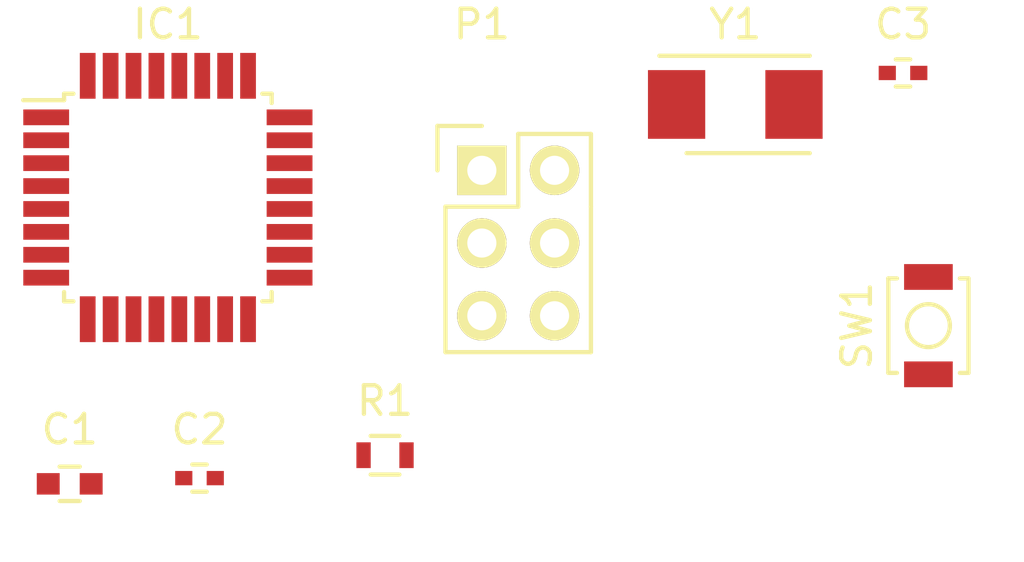
<source format=kicad_pcb>
(kicad_pcb (version 4) (host pcbnew 4.0.4-stable)

  (general
    (links 22)
    (no_connects 22)
    (area 0 0 0 0)
    (thickness 1.6)
    (drawings 0)
    (tracks 0)
    (zones 0)
    (modules 8)
    (nets 29)
  )

  (page A4)
  (layers
    (0 F.Cu signal)
    (31 B.Cu signal)
    (32 B.Adhes user)
    (33 F.Adhes user)
    (34 B.Paste user)
    (35 F.Paste user)
    (36 B.SilkS user)
    (37 F.SilkS user)
    (38 B.Mask user)
    (39 F.Mask user)
    (40 Dwgs.User user)
    (41 Cmts.User user)
    (42 Eco1.User user)
    (43 Eco2.User user)
    (44 Edge.Cuts user)
    (45 Margin user)
    (46 B.CrtYd user)
    (47 F.CrtYd user)
    (48 B.Fab user)
    (49 F.Fab user)
  )

  (setup
    (last_trace_width 0.25)
    (trace_clearance 0.2)
    (zone_clearance 0.508)
    (zone_45_only no)
    (trace_min 0.2)
    (segment_width 0.2)
    (edge_width 0.1)
    (via_size 0.6)
    (via_drill 0.4)
    (via_min_size 0.4)
    (via_min_drill 0.3)
    (uvia_size 0.3)
    (uvia_drill 0.1)
    (uvias_allowed no)
    (uvia_min_size 0.2)
    (uvia_min_drill 0.1)
    (pcb_text_width 0.3)
    (pcb_text_size 1.5 1.5)
    (mod_edge_width 0.15)
    (mod_text_size 1 1)
    (mod_text_width 0.15)
    (pad_size 1.5 1.5)
    (pad_drill 0.6)
    (pad_to_mask_clearance 0)
    (aux_axis_origin 0 0)
    (visible_elements FFFFFF7F)
    (pcbplotparams
      (layerselection 0x00030_80000001)
      (usegerberextensions false)
      (excludeedgelayer true)
      (linewidth 0.100000)
      (plotframeref false)
      (viasonmask false)
      (mode 1)
      (useauxorigin false)
      (hpglpennumber 1)
      (hpglpenspeed 20)
      (hpglpendiameter 15)
      (hpglpenoverlay 2)
      (psnegative false)
      (psa4output false)
      (plotreference true)
      (plotvalue true)
      (plotinvisibletext false)
      (padsonsilk false)
      (subtractmaskfromsilk false)
      (outputformat 1)
      (mirror false)
      (drillshape 1)
      (scaleselection 1)
      (outputdirectory ""))
  )

  (net 0 "")
  (net 1 +5V)
  (net 2 GND)
  (net 3 /XTAL1)
  (net 4 /XTAL2)
  (net 5 "Net-(IC1-Pad1)")
  (net 6 "Net-(IC1-Pad2)")
  (net 7 "Net-(IC1-Pad9)")
  (net 8 "Net-(IC1-Pad10)")
  (net 9 "Net-(IC1-Pad11)")
  (net 10 "Net-(IC1-Pad12)")
  (net 11 "Net-(IC1-Pad13)")
  (net 12 "Net-(IC1-Pad14)")
  (net 13 /MOSI)
  (net 14 /MISO)
  (net 15 /SCK)
  (net 16 "Net-(IC1-Pad19)")
  (net 17 /AREF)
  (net 18 "Net-(IC1-Pad22)")
  (net 19 "Net-(IC1-Pad23)")
  (net 20 "Net-(IC1-Pad24)")
  (net 21 "Net-(IC1-Pad25)")
  (net 22 "Net-(IC1-Pad26)")
  (net 23 "Net-(IC1-Pad27)")
  (net 24 "Net-(IC1-Pad28)")
  (net 25 /reset)
  (net 26 "Net-(IC1-Pad30)")
  (net 27 "Net-(IC1-Pad31)")
  (net 28 "Net-(IC1-Pad32)")

  (net_class Default "This is the default net class."
    (clearance 0.2)
    (trace_width 0.25)
    (via_dia 0.6)
    (via_drill 0.4)
    (uvia_dia 0.3)
    (uvia_drill 0.1)
    (add_net +5V)
    (add_net /AREF)
    (add_net /MISO)
    (add_net /MOSI)
    (add_net /SCK)
    (add_net /XTAL1)
    (add_net /XTAL2)
    (add_net /reset)
    (add_net GND)
    (add_net "Net-(IC1-Pad1)")
    (add_net "Net-(IC1-Pad10)")
    (add_net "Net-(IC1-Pad11)")
    (add_net "Net-(IC1-Pad12)")
    (add_net "Net-(IC1-Pad13)")
    (add_net "Net-(IC1-Pad14)")
    (add_net "Net-(IC1-Pad19)")
    (add_net "Net-(IC1-Pad2)")
    (add_net "Net-(IC1-Pad22)")
    (add_net "Net-(IC1-Pad23)")
    (add_net "Net-(IC1-Pad24)")
    (add_net "Net-(IC1-Pad25)")
    (add_net "Net-(IC1-Pad26)")
    (add_net "Net-(IC1-Pad27)")
    (add_net "Net-(IC1-Pad28)")
    (add_net "Net-(IC1-Pad30)")
    (add_net "Net-(IC1-Pad31)")
    (add_net "Net-(IC1-Pad32)")
    (add_net "Net-(IC1-Pad9)")
  )

  (module Capacitors_SMD:C_0603 (layer F.Cu) (tedit 5415D631) (tstamp 580CC951)
    (at 149.209524 120.825)
    (descr "Capacitor SMD 0603, reflow soldering, AVX (see smccp.pdf)")
    (tags "capacitor 0603")
    (path /580CBA48)
    (attr smd)
    (fp_text reference C1 (at 0 -1.9) (layer F.SilkS)
      (effects (font (size 1 1) (thickness 0.15)))
    )
    (fp_text value 100nF (at 0 1.9) (layer F.Fab)
      (effects (font (size 1 1) (thickness 0.15)))
    )
    (fp_line (start -0.8 0.4) (end -0.8 -0.4) (layer F.Fab) (width 0.15))
    (fp_line (start 0.8 0.4) (end -0.8 0.4) (layer F.Fab) (width 0.15))
    (fp_line (start 0.8 -0.4) (end 0.8 0.4) (layer F.Fab) (width 0.15))
    (fp_line (start -0.8 -0.4) (end 0.8 -0.4) (layer F.Fab) (width 0.15))
    (fp_line (start -1.45 -0.75) (end 1.45 -0.75) (layer F.CrtYd) (width 0.05))
    (fp_line (start -1.45 0.75) (end 1.45 0.75) (layer F.CrtYd) (width 0.05))
    (fp_line (start -1.45 -0.75) (end -1.45 0.75) (layer F.CrtYd) (width 0.05))
    (fp_line (start 1.45 -0.75) (end 1.45 0.75) (layer F.CrtYd) (width 0.05))
    (fp_line (start -0.35 -0.6) (end 0.35 -0.6) (layer F.SilkS) (width 0.15))
    (fp_line (start 0.35 0.6) (end -0.35 0.6) (layer F.SilkS) (width 0.15))
    (pad 1 smd rect (at -0.75 0) (size 0.8 0.75) (layers F.Cu F.Paste F.Mask)
      (net 1 +5V))
    (pad 2 smd rect (at 0.75 0) (size 0.8 0.75) (layers F.Cu F.Paste F.Mask)
      (net 2 GND))
    (model Capacitors_SMD.3dshapes/C_0603.wrl
      (at (xyz 0 0 0))
      (scale (xyz 1 1 1))
      (rotate (xyz 0 0 0))
    )
  )

  (module Capacitors_SMD:C_0402 (layer F.Cu) (tedit 5415D599) (tstamp 580CC961)
    (at 153.743333 120.625)
    (descr "Capacitor SMD 0402, reflow soldering, AVX (see smccp.pdf)")
    (tags "capacitor 0402")
    (path /580CB866)
    (attr smd)
    (fp_text reference C2 (at 0 -1.7) (layer F.SilkS)
      (effects (font (size 1 1) (thickness 0.15)))
    )
    (fp_text value 22pF (at 0 1.7) (layer F.Fab)
      (effects (font (size 1 1) (thickness 0.15)))
    )
    (fp_line (start -0.5 0.25) (end -0.5 -0.25) (layer F.Fab) (width 0.15))
    (fp_line (start 0.5 0.25) (end -0.5 0.25) (layer F.Fab) (width 0.15))
    (fp_line (start 0.5 -0.25) (end 0.5 0.25) (layer F.Fab) (width 0.15))
    (fp_line (start -0.5 -0.25) (end 0.5 -0.25) (layer F.Fab) (width 0.15))
    (fp_line (start -1.15 -0.6) (end 1.15 -0.6) (layer F.CrtYd) (width 0.05))
    (fp_line (start -1.15 0.6) (end 1.15 0.6) (layer F.CrtYd) (width 0.05))
    (fp_line (start -1.15 -0.6) (end -1.15 0.6) (layer F.CrtYd) (width 0.05))
    (fp_line (start 1.15 -0.6) (end 1.15 0.6) (layer F.CrtYd) (width 0.05))
    (fp_line (start 0.25 -0.475) (end -0.25 -0.475) (layer F.SilkS) (width 0.15))
    (fp_line (start -0.25 0.475) (end 0.25 0.475) (layer F.SilkS) (width 0.15))
    (pad 1 smd rect (at -0.55 0) (size 0.6 0.5) (layers F.Cu F.Paste F.Mask)
      (net 3 /XTAL1))
    (pad 2 smd rect (at 0.55 0) (size 0.6 0.5) (layers F.Cu F.Paste F.Mask)
      (net 2 GND))
    (model Capacitors_SMD.3dshapes/C_0402.wrl
      (at (xyz 0 0 0))
      (scale (xyz 1 1 1))
      (rotate (xyz 0 0 0))
    )
  )

  (module Capacitors_SMD:C_0402 (layer F.Cu) (tedit 5415D599) (tstamp 580CC971)
    (at 178.313333 106.475)
    (descr "Capacitor SMD 0402, reflow soldering, AVX (see smccp.pdf)")
    (tags "capacitor 0402")
    (path /580CB8B0)
    (attr smd)
    (fp_text reference C3 (at 0 -1.7) (layer F.SilkS)
      (effects (font (size 1 1) (thickness 0.15)))
    )
    (fp_text value 22pF (at 0 1.7) (layer F.Fab)
      (effects (font (size 1 1) (thickness 0.15)))
    )
    (fp_line (start -0.5 0.25) (end -0.5 -0.25) (layer F.Fab) (width 0.15))
    (fp_line (start 0.5 0.25) (end -0.5 0.25) (layer F.Fab) (width 0.15))
    (fp_line (start 0.5 -0.25) (end 0.5 0.25) (layer F.Fab) (width 0.15))
    (fp_line (start -0.5 -0.25) (end 0.5 -0.25) (layer F.Fab) (width 0.15))
    (fp_line (start -1.15 -0.6) (end 1.15 -0.6) (layer F.CrtYd) (width 0.05))
    (fp_line (start -1.15 0.6) (end 1.15 0.6) (layer F.CrtYd) (width 0.05))
    (fp_line (start -1.15 -0.6) (end -1.15 0.6) (layer F.CrtYd) (width 0.05))
    (fp_line (start 1.15 -0.6) (end 1.15 0.6) (layer F.CrtYd) (width 0.05))
    (fp_line (start 0.25 -0.475) (end -0.25 -0.475) (layer F.SilkS) (width 0.15))
    (fp_line (start -0.25 0.475) (end 0.25 0.475) (layer F.SilkS) (width 0.15))
    (pad 1 smd rect (at -0.55 0) (size 0.6 0.5) (layers F.Cu F.Paste F.Mask)
      (net 4 /XTAL2))
    (pad 2 smd rect (at 0.55 0) (size 0.6 0.5) (layers F.Cu F.Paste F.Mask)
      (net 2 GND))
    (model Capacitors_SMD.3dshapes/C_0402.wrl
      (at (xyz 0 0 0))
      (scale (xyz 1 1 1))
      (rotate (xyz 0 0 0))
    )
  )

  (module Housings_QFP:TQFP-32_7x7mm_Pitch0.8mm (layer F.Cu) (tedit 54130A77) (tstamp 580CC9A8)
    (at 152.638095 110.825)
    (descr "32-Lead Plastic Thin Quad Flatpack (PT) - 7x7x1.0 mm Body, 2.00 mm [TQFP] (see Microchip Packaging Specification 00000049BS.pdf)")
    (tags "QFP 0.8")
    (path /580CB2BD)
    (attr smd)
    (fp_text reference IC1 (at 0 -6.05) (layer F.SilkS)
      (effects (font (size 1 1) (thickness 0.15)))
    )
    (fp_text value ATMEGA328P-A (at 0 6.05) (layer F.Fab)
      (effects (font (size 1 1) (thickness 0.15)))
    )
    (fp_text user %R (at 0 0) (layer F.Fab)
      (effects (font (size 1 1) (thickness 0.15)))
    )
    (fp_line (start -2.5 -3.5) (end 3.5 -3.5) (layer F.Fab) (width 0.15))
    (fp_line (start 3.5 -3.5) (end 3.5 3.5) (layer F.Fab) (width 0.15))
    (fp_line (start 3.5 3.5) (end -3.5 3.5) (layer F.Fab) (width 0.15))
    (fp_line (start -3.5 3.5) (end -3.5 -2.5) (layer F.Fab) (width 0.15))
    (fp_line (start -3.5 -2.5) (end -2.5 -3.5) (layer F.Fab) (width 0.15))
    (fp_line (start -5.3 -5.3) (end -5.3 5.3) (layer F.CrtYd) (width 0.05))
    (fp_line (start 5.3 -5.3) (end 5.3 5.3) (layer F.CrtYd) (width 0.05))
    (fp_line (start -5.3 -5.3) (end 5.3 -5.3) (layer F.CrtYd) (width 0.05))
    (fp_line (start -5.3 5.3) (end 5.3 5.3) (layer F.CrtYd) (width 0.05))
    (fp_line (start -3.625 -3.625) (end -3.625 -3.4) (layer F.SilkS) (width 0.15))
    (fp_line (start 3.625 -3.625) (end 3.625 -3.3) (layer F.SilkS) (width 0.15))
    (fp_line (start 3.625 3.625) (end 3.625 3.3) (layer F.SilkS) (width 0.15))
    (fp_line (start -3.625 3.625) (end -3.625 3.3) (layer F.SilkS) (width 0.15))
    (fp_line (start -3.625 -3.625) (end -3.3 -3.625) (layer F.SilkS) (width 0.15))
    (fp_line (start -3.625 3.625) (end -3.3 3.625) (layer F.SilkS) (width 0.15))
    (fp_line (start 3.625 3.625) (end 3.3 3.625) (layer F.SilkS) (width 0.15))
    (fp_line (start 3.625 -3.625) (end 3.3 -3.625) (layer F.SilkS) (width 0.15))
    (fp_line (start -3.625 -3.4) (end -5.05 -3.4) (layer F.SilkS) (width 0.15))
    (pad 1 smd rect (at -4.25 -2.8) (size 1.6 0.55) (layers F.Cu F.Paste F.Mask)
      (net 5 "Net-(IC1-Pad1)"))
    (pad 2 smd rect (at -4.25 -2) (size 1.6 0.55) (layers F.Cu F.Paste F.Mask)
      (net 6 "Net-(IC1-Pad2)"))
    (pad 3 smd rect (at -4.25 -1.2) (size 1.6 0.55) (layers F.Cu F.Paste F.Mask)
      (net 2 GND))
    (pad 4 smd rect (at -4.25 -0.4) (size 1.6 0.55) (layers F.Cu F.Paste F.Mask)
      (net 1 +5V))
    (pad 5 smd rect (at -4.25 0.4) (size 1.6 0.55) (layers F.Cu F.Paste F.Mask)
      (net 2 GND))
    (pad 6 smd rect (at -4.25 1.2) (size 1.6 0.55) (layers F.Cu F.Paste F.Mask)
      (net 1 +5V))
    (pad 7 smd rect (at -4.25 2) (size 1.6 0.55) (layers F.Cu F.Paste F.Mask)
      (net 3 /XTAL1))
    (pad 8 smd rect (at -4.25 2.8) (size 1.6 0.55) (layers F.Cu F.Paste F.Mask)
      (net 4 /XTAL2))
    (pad 9 smd rect (at -2.8 4.25 90) (size 1.6 0.55) (layers F.Cu F.Paste F.Mask)
      (net 7 "Net-(IC1-Pad9)"))
    (pad 10 smd rect (at -2 4.25 90) (size 1.6 0.55) (layers F.Cu F.Paste F.Mask)
      (net 8 "Net-(IC1-Pad10)"))
    (pad 11 smd rect (at -1.2 4.25 90) (size 1.6 0.55) (layers F.Cu F.Paste F.Mask)
      (net 9 "Net-(IC1-Pad11)"))
    (pad 12 smd rect (at -0.4 4.25 90) (size 1.6 0.55) (layers F.Cu F.Paste F.Mask)
      (net 10 "Net-(IC1-Pad12)"))
    (pad 13 smd rect (at 0.4 4.25 90) (size 1.6 0.55) (layers F.Cu F.Paste F.Mask)
      (net 11 "Net-(IC1-Pad13)"))
    (pad 14 smd rect (at 1.2 4.25 90) (size 1.6 0.55) (layers F.Cu F.Paste F.Mask)
      (net 12 "Net-(IC1-Pad14)"))
    (pad 15 smd rect (at 2 4.25 90) (size 1.6 0.55) (layers F.Cu F.Paste F.Mask)
      (net 13 /MOSI))
    (pad 16 smd rect (at 2.8 4.25 90) (size 1.6 0.55) (layers F.Cu F.Paste F.Mask)
      (net 14 /MISO))
    (pad 17 smd rect (at 4.25 2.8) (size 1.6 0.55) (layers F.Cu F.Paste F.Mask)
      (net 15 /SCK))
    (pad 18 smd rect (at 4.25 2) (size 1.6 0.55) (layers F.Cu F.Paste F.Mask)
      (net 1 +5V))
    (pad 19 smd rect (at 4.25 1.2) (size 1.6 0.55) (layers F.Cu F.Paste F.Mask)
      (net 16 "Net-(IC1-Pad19)"))
    (pad 20 smd rect (at 4.25 0.4) (size 1.6 0.55) (layers F.Cu F.Paste F.Mask)
      (net 17 /AREF))
    (pad 21 smd rect (at 4.25 -0.4) (size 1.6 0.55) (layers F.Cu F.Paste F.Mask)
      (net 2 GND))
    (pad 22 smd rect (at 4.25 -1.2) (size 1.6 0.55) (layers F.Cu F.Paste F.Mask)
      (net 18 "Net-(IC1-Pad22)"))
    (pad 23 smd rect (at 4.25 -2) (size 1.6 0.55) (layers F.Cu F.Paste F.Mask)
      (net 19 "Net-(IC1-Pad23)"))
    (pad 24 smd rect (at 4.25 -2.8) (size 1.6 0.55) (layers F.Cu F.Paste F.Mask)
      (net 20 "Net-(IC1-Pad24)"))
    (pad 25 smd rect (at 2.8 -4.25 90) (size 1.6 0.55) (layers F.Cu F.Paste F.Mask)
      (net 21 "Net-(IC1-Pad25)"))
    (pad 26 smd rect (at 2 -4.25 90) (size 1.6 0.55) (layers F.Cu F.Paste F.Mask)
      (net 22 "Net-(IC1-Pad26)"))
    (pad 27 smd rect (at 1.2 -4.25 90) (size 1.6 0.55) (layers F.Cu F.Paste F.Mask)
      (net 23 "Net-(IC1-Pad27)"))
    (pad 28 smd rect (at 0.4 -4.25 90) (size 1.6 0.55) (layers F.Cu F.Paste F.Mask)
      (net 24 "Net-(IC1-Pad28)"))
    (pad 29 smd rect (at -0.4 -4.25 90) (size 1.6 0.55) (layers F.Cu F.Paste F.Mask)
      (net 25 /reset))
    (pad 30 smd rect (at -1.2 -4.25 90) (size 1.6 0.55) (layers F.Cu F.Paste F.Mask)
      (net 26 "Net-(IC1-Pad30)"))
    (pad 31 smd rect (at -2 -4.25 90) (size 1.6 0.55) (layers F.Cu F.Paste F.Mask)
      (net 27 "Net-(IC1-Pad31)"))
    (pad 32 smd rect (at -2.8 -4.25 90) (size 1.6 0.55) (layers F.Cu F.Paste F.Mask)
      (net 28 "Net-(IC1-Pad32)"))
    (model Housings_QFP.3dshapes/TQFP-32_7x7mm_Pitch0.8mm.wrl
      (at (xyz 0 0 0))
      (scale (xyz 1 1 1))
      (rotate (xyz 0 0 0))
    )
  )

  (module Pin_Headers:Pin_Header_Straight_2x03 (layer F.Cu) (tedit 54EA0A4B) (tstamp 580CC9BF)
    (at 163.603333 109.875)
    (descr "Through hole pin header")
    (tags "pin header")
    (path /580CBD12)
    (fp_text reference P1 (at 0 -5.1) (layer F.SilkS)
      (effects (font (size 1 1) (thickness 0.15)))
    )
    (fp_text value CONN_02X03 (at 0 -3.1) (layer F.Fab)
      (effects (font (size 1 1) (thickness 0.15)))
    )
    (fp_line (start -1.27 1.27) (end -1.27 6.35) (layer F.SilkS) (width 0.15))
    (fp_line (start -1.55 -1.55) (end 0 -1.55) (layer F.SilkS) (width 0.15))
    (fp_line (start -1.75 -1.75) (end -1.75 6.85) (layer F.CrtYd) (width 0.05))
    (fp_line (start 4.3 -1.75) (end 4.3 6.85) (layer F.CrtYd) (width 0.05))
    (fp_line (start -1.75 -1.75) (end 4.3 -1.75) (layer F.CrtYd) (width 0.05))
    (fp_line (start -1.75 6.85) (end 4.3 6.85) (layer F.CrtYd) (width 0.05))
    (fp_line (start 1.27 -1.27) (end 1.27 1.27) (layer F.SilkS) (width 0.15))
    (fp_line (start 1.27 1.27) (end -1.27 1.27) (layer F.SilkS) (width 0.15))
    (fp_line (start -1.27 6.35) (end 3.81 6.35) (layer F.SilkS) (width 0.15))
    (fp_line (start 3.81 6.35) (end 3.81 1.27) (layer F.SilkS) (width 0.15))
    (fp_line (start -1.55 -1.55) (end -1.55 0) (layer F.SilkS) (width 0.15))
    (fp_line (start 3.81 -1.27) (end 1.27 -1.27) (layer F.SilkS) (width 0.15))
    (fp_line (start 3.81 1.27) (end 3.81 -1.27) (layer F.SilkS) (width 0.15))
    (pad 1 thru_hole rect (at 0 0) (size 1.7272 1.7272) (drill 1.016) (layers *.Cu *.Mask F.SilkS)
      (net 14 /MISO))
    (pad 2 thru_hole oval (at 2.54 0) (size 1.7272 1.7272) (drill 1.016) (layers *.Cu *.Mask F.SilkS)
      (net 1 +5V))
    (pad 3 thru_hole oval (at 0 2.54) (size 1.7272 1.7272) (drill 1.016) (layers *.Cu *.Mask F.SilkS)
      (net 15 /SCK))
    (pad 4 thru_hole oval (at 2.54 2.54) (size 1.7272 1.7272) (drill 1.016) (layers *.Cu *.Mask F.SilkS)
      (net 13 /MOSI))
    (pad 5 thru_hole oval (at 0 5.08) (size 1.7272 1.7272) (drill 1.016) (layers *.Cu *.Mask F.SilkS)
      (net 25 /reset))
    (pad 6 thru_hole oval (at 2.54 5.08) (size 1.7272 1.7272) (drill 1.016) (layers *.Cu *.Mask F.SilkS)
      (net 2 GND))
    (model Pin_Headers.3dshapes/Pin_Header_Straight_2x03.wrl
      (at (xyz 0.05 -0.1 0))
      (scale (xyz 1 1 1))
      (rotate (xyz 0 0 90))
    )
  )

  (module Resistors_SMD:R_0603 (layer F.Cu) (tedit 5415CC62) (tstamp 580CC9CB)
    (at 160.222381 119.825)
    (descr "Resistor SMD 0603, reflow soldering, Vishay (see dcrcw.pdf)")
    (tags "resistor 0603")
    (path /580CB645)
    (attr smd)
    (fp_text reference R1 (at 0 -1.9) (layer F.SilkS)
      (effects (font (size 1 1) (thickness 0.15)))
    )
    (fp_text value 10K (at 0 1.9) (layer F.Fab)
      (effects (font (size 1 1) (thickness 0.15)))
    )
    (fp_line (start -1.3 -0.8) (end 1.3 -0.8) (layer F.CrtYd) (width 0.05))
    (fp_line (start -1.3 0.8) (end 1.3 0.8) (layer F.CrtYd) (width 0.05))
    (fp_line (start -1.3 -0.8) (end -1.3 0.8) (layer F.CrtYd) (width 0.05))
    (fp_line (start 1.3 -0.8) (end 1.3 0.8) (layer F.CrtYd) (width 0.05))
    (fp_line (start 0.5 0.675) (end -0.5 0.675) (layer F.SilkS) (width 0.15))
    (fp_line (start -0.5 -0.675) (end 0.5 -0.675) (layer F.SilkS) (width 0.15))
    (pad 1 smd rect (at -0.75 0) (size 0.5 0.9) (layers F.Cu F.Paste F.Mask)
      (net 1 +5V))
    (pad 2 smd rect (at 0.75 0) (size 0.5 0.9) (layers F.Cu F.Paste F.Mask)
      (net 25 /reset))
    (model Resistors_SMD.3dshapes/R_0603.wrl
      (at (xyz 0 0 0))
      (scale (xyz 1 1 1))
      (rotate (xyz 0 0 0))
    )
  )

  (module Buttons_Switches_SMD:SW_SPST_B3U-1000P (layer F.Cu) (tedit 56EAB432) (tstamp 580CC9E0)
    (at 179.2 115.3 90)
    (descr "Ultra-small-sized Tactile Switch with High Contact Reliability, Top-actuated Model, without Ground Terminal, without Boss")
    (tags "Tactile Switch")
    (path /580CB6CE)
    (attr smd)
    (fp_text reference SW1 (at 0 -2.5 90) (layer F.SilkS)
      (effects (font (size 1 1) (thickness 0.15)))
    )
    (fp_text value SW_PUSH (at 0 2.5 90) (layer F.Fab)
      (effects (font (size 1 1) (thickness 0.15)))
    )
    (fp_line (start -2.4 1.65) (end 2.4 1.65) (layer F.CrtYd) (width 0.05))
    (fp_line (start 2.4 1.65) (end 2.4 -1.65) (layer F.CrtYd) (width 0.05))
    (fp_line (start 2.4 -1.65) (end -2.4 -1.65) (layer F.CrtYd) (width 0.05))
    (fp_line (start -2.4 -1.65) (end -2.4 1.65) (layer F.CrtYd) (width 0.05))
    (fp_circle (center 0 0) (end 0.75 0) (layer F.SilkS) (width 0.15))
    (fp_line (start -1.65 1.1) (end -1.65 1.4) (layer F.SilkS) (width 0.15))
    (fp_line (start -1.65 1.4) (end 1.65 1.4) (layer F.SilkS) (width 0.15))
    (fp_line (start 1.65 1.4) (end 1.65 1.1) (layer F.SilkS) (width 0.15))
    (fp_line (start -1.65 -1.1) (end -1.65 -1.4) (layer F.SilkS) (width 0.15))
    (fp_line (start -1.65 -1.4) (end 1.65 -1.4) (layer F.SilkS) (width 0.15))
    (fp_line (start 1.65 -1.4) (end 1.65 -1.1) (layer F.SilkS) (width 0.15))
    (fp_line (start -1.5 -1.25) (end 1.5 -1.25) (layer F.Fab) (width 0.15))
    (fp_line (start 1.5 -1.25) (end 1.5 1.25) (layer F.Fab) (width 0.15))
    (fp_line (start 1.5 1.25) (end -1.5 1.25) (layer F.Fab) (width 0.15))
    (fp_line (start -1.5 1.25) (end -1.5 -1.25) (layer F.Fab) (width 0.15))
    (pad 1 smd rect (at -1.7 0 90) (size 0.9 1.7) (layers F.Cu F.Paste F.Mask)
      (net 2 GND))
    (pad 2 smd rect (at 1.7 0 90) (size 0.9 1.7) (layers F.Cu F.Paste F.Mask)
      (net 25 /reset))
  )

  (module Crystals:Crystal_SMD_5032_2Pads (layer F.Cu) (tedit 56D4CA47) (tstamp 580CC9EC)
    (at 172.455001 107.575)
    (descr "Ceramic SMD crystal, 5.0x3.2mm, 2 Pads")
    (tags "crystal oscillator quartz SMD SMT 5032")
    (path /580CB825)
    (attr smd)
    (fp_text reference Y1 (at 0 -2.8) (layer F.SilkS)
      (effects (font (size 1 1) (thickness 0.15)))
    )
    (fp_text value Crystal (at 0 2.9) (layer F.Fab)
      (effects (font (size 1 1) (thickness 0.15)))
    )
    (fp_line (start 3.6 2.2) (end 3.6 -2.2) (layer F.CrtYd) (width 0.05))
    (fp_line (start -3.6 2.2) (end 3.6 2.2) (layer F.CrtYd) (width 0.05))
    (fp_line (start -3.6 -2.2) (end -3.6 2.2) (layer F.CrtYd) (width 0.05))
    (fp_line (start 3.6 -2.2) (end -3.6 -2.2) (layer F.CrtYd) (width 0.05))
    (fp_line (start 2.6 1.7) (end -1.7 1.7) (layer F.SilkS) (width 0.15))
    (fp_line (start -2.65 -1.7) (end 2.6 -1.7) (layer F.SilkS) (width 0.15))
    (pad 1 smd rect (at -2.05 0) (size 2 2.4) (layers F.Cu F.Paste F.Mask)
      (net 3 /XTAL1))
    (pad 2 smd rect (at 2.05 0) (size 2 2.4) (layers F.Cu F.Paste F.Mask)
      (net 4 /XTAL2))
    (model Crystals.3dshapes/Crystal_SMD_5032_2Pads.wrl
      (at (xyz 0 0 0))
      (scale (xyz 0.3937 0.3937 0.3937))
      (rotate (xyz 0 0 0))
    )
  )

)

</source>
